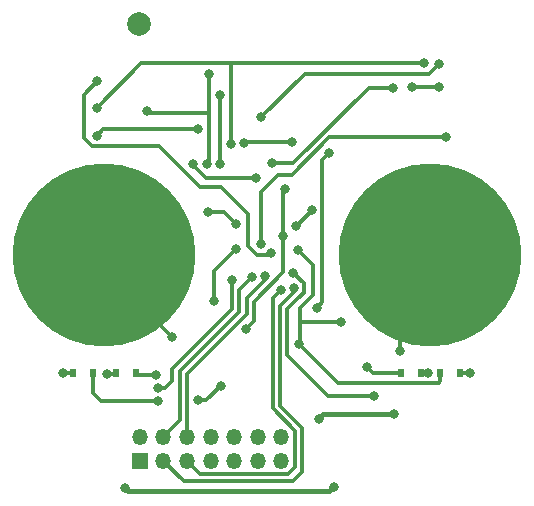
<source format=gbl>
G04 #@! TF.GenerationSoftware,KiCad,Pcbnew,no-vcs-found-4f2ed1b~58~ubuntu16.04.1*
G04 #@! TF.CreationDate,2017-05-05T17:20:36+03:00*
G04 #@! TF.ProjectId,livolo_2_channels_1way_eu_switch,6C69766F6C6F5F325F6368616E6E656C,rev?*
G04 #@! TF.FileFunction,Copper,L2,Bot,Signal*
G04 #@! TF.FilePolarity,Positive*
%FSLAX46Y46*%
G04 Gerber Fmt 4.6, Leading zero omitted, Abs format (unit mm)*
G04 Created by KiCad (PCBNEW no-vcs-found-4f2ed1b~58~ubuntu16.04.1) date Fri May  5 17:20:36 2017*
%MOMM*%
%LPD*%
G01*
G04 APERTURE LIST*
%ADD10C,0.100000*%
%ADD11C,15.500000*%
%ADD12R,0.600000X0.800000*%
%ADD13C,1.998980*%
%ADD14O,1.350000X1.350000*%
%ADD15R,1.350000X1.350000*%
%ADD16C,0.800000*%
%ADD17C,0.300000*%
%ADD18C,0.450000*%
G04 APERTURE END LIST*
D10*
D11*
X156250000Y-92150000D03*
X128650000Y-92150000D03*
D12*
X129650000Y-102150000D03*
X131350000Y-102150000D03*
X126000000Y-102150000D03*
X127700000Y-102150000D03*
X158800000Y-102150000D03*
X157100000Y-102150000D03*
X155450000Y-102150000D03*
X153750000Y-102150000D03*
D13*
X131550000Y-72550000D03*
D14*
X143650000Y-107550000D03*
X143650000Y-109550000D03*
X141650000Y-107550000D03*
X141650000Y-109550000D03*
X139650000Y-107550000D03*
X139650000Y-109550000D03*
X137650000Y-107550000D03*
X137650000Y-109550000D03*
X135650000Y-107550000D03*
X135650000Y-109550000D03*
X133650000Y-107550000D03*
X133650000Y-109550000D03*
X131650000Y-107550000D03*
D15*
X131650000Y-109550000D03*
D16*
X136600000Y-104400000D03*
X133200000Y-104500000D03*
X138500000Y-103200000D03*
X132247340Y-79958848D03*
X145150010Y-99689910D03*
X146225009Y-88306238D03*
X144900000Y-89700000D03*
X137317018Y-84464922D03*
X145033547Y-91716453D03*
X137499998Y-76850000D03*
X148700000Y-97824982D03*
X139800000Y-89550002D03*
X137450000Y-88524998D03*
X150891952Y-101651983D03*
X140653020Y-98418270D03*
X133014549Y-102315473D03*
X138416234Y-84423097D03*
X154700002Y-77875000D03*
X156974998Y-77900000D03*
X138432929Y-78572282D03*
X143992417Y-86553252D03*
X143802464Y-90525717D03*
X137974356Y-96075004D03*
X139800000Y-91667529D03*
X146800000Y-106000000D03*
X153200000Y-105600000D03*
X142799990Y-91945222D03*
X128050002Y-77425000D03*
X130400000Y-111849990D03*
X148119236Y-111746165D03*
X153700000Y-100300000D03*
X134400000Y-99100000D03*
X136625002Y-81475000D03*
X140444049Y-82657764D03*
X144575010Y-82550000D03*
X128000012Y-82050010D03*
X139345788Y-82719813D03*
X155700000Y-75925000D03*
X128000014Y-79725000D03*
X156975000Y-75975002D03*
X141950000Y-80450000D03*
X128900000Y-102200000D03*
X125194336Y-102172950D03*
X159591524Y-102115136D03*
X156099966Y-102100000D03*
X147700000Y-83500000D03*
X146650032Y-96603597D03*
X133235174Y-103400550D03*
X139464930Y-94299484D03*
X144665450Y-93634550D03*
X151500000Y-104100000D03*
X144674574Y-94923329D03*
X142261849Y-93951529D03*
X143586763Y-95086716D03*
X141164942Y-94034130D03*
X157566229Y-82183121D03*
X141918510Y-91228448D03*
X136200000Y-84425000D03*
X141500002Y-85650000D03*
X142874990Y-84375000D03*
X153125000Y-78000000D03*
D17*
X157100000Y-102150000D02*
X157100000Y-102850000D01*
X157100000Y-102850000D02*
X156949999Y-103000001D01*
X148460101Y-103000001D02*
X145150010Y-99689910D01*
X156949999Y-103000001D02*
X148460101Y-103000001D01*
X145200000Y-99639920D02*
X145200000Y-97800000D01*
X145200000Y-97800000D02*
X145200000Y-96648542D01*
X148700000Y-97824982D02*
X145224982Y-97824982D01*
X145224982Y-97824982D02*
X145200000Y-97800000D01*
X145150010Y-99689910D02*
X145200000Y-99639920D01*
X145200000Y-96648542D02*
X146300009Y-95548533D01*
X146300009Y-95548533D02*
X146300009Y-92982915D01*
X146300009Y-92982915D02*
X145033547Y-91716453D01*
X136600000Y-104400000D02*
X137300000Y-104400000D01*
X137300000Y-104400000D02*
X138500000Y-103200000D01*
X128392068Y-104500000D02*
X133200000Y-104500000D01*
X127700000Y-102150000D02*
X127700000Y-103807932D01*
X127700000Y-103807932D02*
X128392068Y-104500000D01*
X137499998Y-80100000D02*
X137499998Y-84281942D01*
X132388492Y-80100000D02*
X132247340Y-79958848D01*
X137499998Y-76850000D02*
X137499998Y-80100000D01*
X137499998Y-80100000D02*
X132388492Y-80100000D01*
X146225009Y-88374991D02*
X146225009Y-88306238D01*
X144900000Y-89700000D02*
X146225009Y-88374991D01*
X137499998Y-84281942D02*
X137317018Y-84464922D01*
X137450000Y-88524998D02*
X138774996Y-88524998D01*
X138774996Y-88524998D02*
X139800000Y-89550002D01*
X151389969Y-102150000D02*
X150891952Y-101651983D01*
X153750000Y-102150000D02*
X151389969Y-102150000D01*
X141300033Y-96116125D02*
X141300033Y-97771257D01*
X143802464Y-93613694D02*
X141300033Y-96116125D01*
X141300033Y-97771257D02*
X140653020Y-98418270D01*
X143802464Y-90525717D02*
X143802464Y-93613694D01*
X133014549Y-102315473D02*
X131515473Y-102315473D01*
X131515473Y-102315473D02*
X131350000Y-102150000D01*
X138432929Y-84406402D02*
X138416234Y-84423097D01*
X138432929Y-78572282D02*
X138432929Y-84406402D01*
X156974998Y-77900000D02*
X154725002Y-77900000D01*
X154725002Y-77900000D02*
X154700002Y-77875000D01*
X143802464Y-86743205D02*
X143992417Y-86553252D01*
X143802464Y-90525717D02*
X143802464Y-86743205D01*
X137974356Y-93493173D02*
X137974356Y-96075004D01*
X139800000Y-91667529D02*
X137974356Y-93493173D01*
D18*
X153200000Y-105600000D02*
X147200000Y-105600000D01*
X147200000Y-105600000D02*
X146800000Y-106000000D01*
D17*
X142597071Y-92148141D02*
X142799990Y-91945222D01*
X140850000Y-88700000D02*
X140850000Y-91415685D01*
X138525001Y-86375001D02*
X140850000Y-88700000D01*
X140850000Y-91415685D02*
X141582456Y-92148141D01*
X136750001Y-86375001D02*
X138525001Y-86375001D01*
X133275012Y-82900012D02*
X136750001Y-86375001D01*
X126900000Y-78575002D02*
X126900000Y-82208002D01*
X128050002Y-77425000D02*
X126900000Y-78575002D01*
X127592010Y-82900012D02*
X133275012Y-82900012D01*
X141582456Y-92148141D02*
X142597071Y-92148141D01*
X126900000Y-82208002D02*
X127592010Y-82900012D01*
D18*
X130696174Y-112146164D02*
X130400000Y-111849990D01*
X147719237Y-112146164D02*
X130696174Y-112146164D01*
X148119236Y-111746165D02*
X147719237Y-112146164D01*
D17*
X153700000Y-100300000D02*
X153700000Y-94700000D01*
X153700000Y-94700000D02*
X156250000Y-92150000D01*
X128650000Y-93350000D02*
X134400000Y-99100000D01*
X128650000Y-92150000D02*
X128650000Y-93350000D01*
X128575022Y-81475000D02*
X136625002Y-81475000D01*
X128000012Y-82050010D02*
X128575022Y-81475000D01*
X144575010Y-82550000D02*
X140551813Y-82550000D01*
X140551813Y-82550000D02*
X140444049Y-82657764D01*
X139345788Y-75995788D02*
X139345788Y-82719813D01*
X139275000Y-75925000D02*
X139345788Y-75995788D01*
X155700000Y-75925000D02*
X139275000Y-75925000D01*
X139275000Y-75925000D02*
X131800014Y-75925000D01*
X131800014Y-75925000D02*
X128000014Y-79725000D01*
X141950000Y-80450000D02*
X145624998Y-76775002D01*
X145624998Y-76775002D02*
X156175000Y-76775002D01*
X156175000Y-76775002D02*
X156975000Y-75975002D01*
X128900000Y-102200000D02*
X129600000Y-102200000D01*
X129600000Y-102200000D02*
X129650000Y-102150000D01*
X125194336Y-102172950D02*
X125977050Y-102172950D01*
X125977050Y-102172950D02*
X126000000Y-102150000D01*
X159591524Y-102115136D02*
X158834864Y-102115136D01*
X158834864Y-102115136D02*
X158800000Y-102150000D01*
X156099966Y-102100034D02*
X156099966Y-102100000D01*
X155450000Y-102150000D02*
X156050000Y-102150000D01*
X156050000Y-102150000D02*
X156099966Y-102100034D01*
X146650032Y-96603597D02*
X147125000Y-96128629D01*
X147125000Y-96128629D02*
X147125000Y-84075000D01*
X147125000Y-84075000D02*
X147700000Y-83500000D01*
X139464930Y-94299484D02*
X139464930Y-96693074D01*
X139464930Y-96693074D02*
X134400000Y-101758004D01*
X134400000Y-101758004D02*
X134400000Y-102800000D01*
X134400000Y-102800000D02*
X133799450Y-103400550D01*
X133799450Y-103400550D02*
X133235174Y-103400550D01*
X151500000Y-104100000D02*
X147600000Y-104100000D01*
X147600000Y-104100000D02*
X144100000Y-100600000D01*
X144100000Y-100600000D02*
X144100000Y-96699999D01*
X144100000Y-96699999D02*
X145026669Y-95773330D01*
X145082575Y-95773330D02*
X145524575Y-95331330D01*
X145026669Y-95773330D02*
X145082575Y-95773330D01*
X145524575Y-95331330D02*
X145524575Y-94493675D01*
X145524575Y-94493675D02*
X144665450Y-93634550D01*
X133650000Y-109550000D02*
X135375012Y-111275012D01*
X135375012Y-111275012D02*
X144624988Y-111275012D01*
X144624988Y-111275012D02*
X145400000Y-110500000D01*
X144674574Y-95276883D02*
X144674574Y-94923329D01*
X145400000Y-110500000D02*
X145400000Y-106786455D01*
X143499989Y-104886444D02*
X143499989Y-96451468D01*
X143499989Y-96451468D02*
X144674574Y-95276883D01*
X145400000Y-106786455D02*
X143499989Y-104886444D01*
X142261849Y-94228104D02*
X142261849Y-93951529D01*
X135650000Y-107550000D02*
X135650000Y-102205089D01*
X140700022Y-95789931D02*
X142261849Y-94228104D01*
X140700022Y-97155067D02*
X140700022Y-95789931D01*
X135650000Y-102205089D02*
X140700022Y-97155067D01*
X135650000Y-109550000D02*
X136775001Y-110675001D01*
X144775001Y-110090001D02*
X144775001Y-107009998D01*
X136775001Y-110675001D02*
X144190001Y-110675001D01*
X142899978Y-95773501D02*
X143586763Y-95086716D01*
X144190001Y-110675001D02*
X144775001Y-110090001D01*
X144775001Y-107009998D02*
X142899978Y-105134975D01*
X142899978Y-105134975D02*
X142899978Y-95773501D01*
X140064941Y-95134131D02*
X141164942Y-94034130D01*
X140064941Y-96941606D02*
X140064941Y-95134131D01*
X135049989Y-101956558D02*
X140064941Y-96941606D01*
X135049989Y-106150011D02*
X135049989Y-101956558D01*
X133650000Y-107550000D02*
X135049989Y-106150011D01*
X147708875Y-82183121D02*
X157566229Y-82183121D01*
X144516995Y-85375001D02*
X147708875Y-82183121D01*
X141918510Y-86831490D02*
X143374999Y-85375001D01*
X143374999Y-85375001D02*
X144516995Y-85375001D01*
X141918510Y-91228448D02*
X141918510Y-86831490D01*
X136200000Y-84550000D02*
X136200000Y-84425000D01*
X141500002Y-85650000D02*
X137300000Y-85650000D01*
X137300000Y-85650000D02*
X136200000Y-84550000D01*
X144668453Y-84375000D02*
X142874990Y-84375000D01*
X153125000Y-78000000D02*
X151043453Y-78000000D01*
X151043453Y-78000000D02*
X144668453Y-84375000D01*
M02*

</source>
